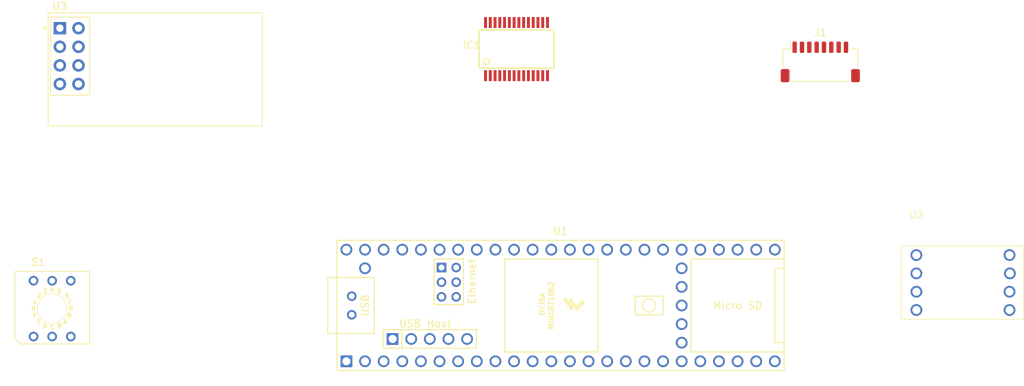
<source format=kicad_pcb>
(kicad_pcb (version 20240108) (generator "pcbnew") (generator_version "8.0")
  (layers (0 "F.Cu" signal) (31 "B.Cu" signal) (34 "B.Paste" user) (35 "F.Paste" user) (36 "B.SilkS" user "B.Silkscreen") (37 "F.SilkS" user "F.Silkscreen") (38 "B.Mask" user) (39 "F.Mask" user) (44 "Edge.Cuts" user))
  (net 0 "")
  (net 68 "Net-(S1-PadC1)")
  (footprint "RF_Module:nRF24L01_Breakout" (layer "F.Cu") (at 72.5125 59.5215)
    (property "Reference" "U3" (at 0 -3 0) (layer "F.SilkS"))
    (property "Value" "NRF24L01_Breakout")
    (fp_line (start -1.6 -2.1) (end -1.6 -2.1) (stroke (width 0.12)) (layer "F.SilkS"))
    (fp_line (start -1.6 -2.1) (end 27.6 -2.1) (stroke (width 0.12)) (layer "F.SilkS"))
    (fp_line (start -1.6 13.35) (end -1.6 -2.1) (stroke (width 0.12)) (layer "F.SilkS"))
    (fp_line (start -1.27 -1.524) (end -1.27 -1.524) (stroke (width 0.12)) (layer "F.SilkS"))
    (fp_line (start -1.27 -1.524) (end 4.064 -1.524) (stroke (width 0.12)) (layer "F.SilkS"))
    (fp_line (start -1.27 9.144) (end -1.27 -1.524) (stroke (width 0.12)) (layer "F.SilkS"))
    (fp_line (start -1.27 9.144) (end -1.27 9.144) (stroke (width 0.12)) (layer "F.SilkS"))
    (fp_line (start 4.064 -1.524) (end 4.064 9.144) (stroke (width 0.12)) (layer "F.SilkS"))
    (fp_line (start 4.064 9.144) (end -1.27 9.144) (stroke (width 0.12)) (layer "F.SilkS"))
    (fp_line (start 27.6 -2.1) (end 27.6 13.35) (stroke (width 0.12)) (layer "F.SilkS"))
    (fp_line (start 27.6 13.35) (end -1.6 13.35) (stroke (width 0.12)) (layer "F.SilkS"))
    (fp_poly (pts (xy -1.8 0) (xy -2.136 0.24) (xy -2.136 -0.24) (xy -1.8 0)) (stroke (width 0.12)) (fill solid) (layer "F.SilkS"))
    (pad "1" thru_hole rect (at 0 0) (size 1.7 1.7) (drill 1) (layers "*.Cu" "*.Mask"))
    (pad "2" thru_hole circle (at 2.54 0) (size 1.7 1.7) (drill 1) (layers "*.Cu" "*.Mask"))
    (pad "3" thru_hole circle (at 0 2.54) (size 1.7 1.7) (drill 1) (layers "*.Cu" "*.Mask"))
    (pad "4" thru_hole circle (at 2.54 2.54) (size 1.7 1.7) (drill 1) (layers "*.Cu" "*.Mask"))
    (pad "5" thru_hole circle (at 0 5.08) (size 1.7 1.7) (drill 1) (layers "*.Cu" "*.Mask"))
    (pad "6" thru_hole circle (at 2.54 5.08) (size 1.7 1.7) (drill 1) (layers "*.Cu" "*.Mask"))
    (pad "7" thru_hole circle (at 0 7.62) (size 1.7 1.7) (drill 1) (layers "*.Cu" "*.Mask"))
    (pad "8" thru_hole circle (at 2.54 7.62) (size 1.7 1.7) (drill 1) (layers "*.Cu" "*.Mask"))
  )
  (footprint "94HCB16T:HEX" (layer "F.Cu") (at 71.46 99.08)
    (property "Reference" "S1" (at -1.905245 -7.621005 0) (layer "F.SilkS") (effects (font (size 1.000134 1.000134))))
    (property "Value" "94HCB16T")
    (fp_line (start -5.08 -6.35) (end 5.08 -6.35) (stroke (width 0.127)) (layer "F.SilkS"))
    (fp_line (start -5.08 2.794) (end -5.08 -6.35) (stroke (width 0.127)) (layer "F.SilkS"))
    (fp_line (start -5.08 2.794) (end -4.318 3.556) (stroke (width 0.127)) (layer "F.SilkS"))
    (fp_line (start -4.318 3.556) (end 5.08 3.556) (stroke (width 0.127)) (layer "F.SilkS"))
    (fp_line (start 5.08 3.556) (end 5.08 -6.35) (stroke (width 0.127)) (layer "F.SilkS"))
    (fp_circle (center 0 -1.27) (end 2.00804 -1.27) (stroke (width 0.0762)) (fill none) (layer "F.SilkS"))
    (fp_text user "9" (at 2.35094 -0.298735 0) (layer "F.SilkS") (effects (font (size 0.601082 0.601082))))
    (fp_text user "3" (at -0.972905 -3.62081 0) (layer "F.SilkS") (effects (font (size 0.60068 0.60068))))
    (fp_text user "1" (at -2.34928 -2.24426 0) (layer "F.SilkS") (effects (font (size 0.600658 0.600658))))
    (fp_text user "D" (at -0.972306 1.07726 0) (layer "F.SilkS") (effects (font (size 0.60031 0.60031))))
    (fp_text user "4" (at 0 -3.81364 0) (layer "F.SilkS") (effects (font (size 0.600573 0.600573))))
    (fp_text user "F" (at -2.35062 -0.298694 0) (layer "F.SilkS") (effects (font (size 0.601 0.601))))
    (fp_text user "E" (at -1.79838 0.526721 0) (layer "F.SilkS") (effects (font (size 0.600783 0.600783))))
    (fp_text user "6" (at 2.01755 -3.07149 0) (layer "F.SilkS") (effects (font (size 0.601068 0.601068))))
    (fp_text user "C" (at 0 1.27034 0) (layer "F.SilkS") (effects (font (size 0.600161 0.600161))))
    (fp_text user "7" (at 2.35136 -2.24625 0) (layer "F.SilkS") (effects (font (size 0.60119 0.60119))))
    (fp_text user "5" (at 0.973292 -3.62225 0) (layer "F.SilkS") (effects (font (size 0.600919 0.600919))))
    (fp_text user "2" (at -1.79626 -3.06642 0) (layer "F.SilkS") (effects (font (size 0.600076 0.600076))))
    (fp_text user "0" (at -2.54181 -1.27091 0) (layer "F.SilkS") (effects (font (size 0.600428 0.600428))))
    (fp_text user "8" (at 2.5437 -1.27185 0) (layer "F.SilkS") (effects (font (size 0.600875 0.600875))))
    (fp_text user "A" (at 1.79906 0.526921 0) (layer "F.SilkS") (effects (font (size 0.601011 0.601011))))
    (fp_text user "B" (at 0.972748 1.07775 0) (layer "F.SilkS") (effects (font (size 0.600583 0.600583))))
    (pad "1" thru_hole circle (at -2.54 2.54) (size 1.308 1.308) (drill 0.8) (layers "*.Cu" "*.Mask"))
    (pad "2" thru_hole circle (at 2.54 -5.08) (size 1.308 1.308) (drill 0.8) (layers "*.Cu" "*.Mask"))
    (pad "4" thru_hole circle (at 2.54 2.54) (size 1.308 1.308) (drill 0.8) (layers "*.Cu" "*.Mask"))
    (pad "8" thru_hole circle (at -2.54 -5.08) (size 1.308 1.308) (drill 0.8) (layers "*.Cu" "*.Mask"))
    (pad "C1" thru_hole circle (at 0 2.54) (size 1.308 1.308) (drill 0.8) (layers "*.Cu" "*.Mask") (net 68 "Net-(S1-PadC1)"))
    (pad "C2" thru_hole circle (at 0 -5.08) (size 1.308 1.308) (drill 0.8) (layers "*.Cu" "*.Mask") (net 68 "Net-(S1-PadC1)"))
  )
  (footprint "IMUFootprintHeader:HeaderIMUFooter" (layer "F.Cu") (at 189.3 85.5)
    (property "Reference" "U2" (at 0 -0.5 0) (layer "F.SilkS") (effects (font (thickness 0.1))))
    (property "Value" "~")
    (fp_rect (start -2.064 3.7592) (end 14.6304 13.7668) (stroke (width 0.1)) (fill none) (layer "F.SilkS"))
    (pad "1" thru_hole circle (at 0 5) (size 1.6 1.6) (drill 1.1) (layers "*.Cu" "*.Mask"))
    (pad "2" thru_hole circle (at 0 7.5) (size 1.6 1.6) (drill 1.1) (layers "*.Cu" "*.Mask"))
    (pad "3" thru_hole circle (at 0 10) (size 1.6 1.6) (drill 1.1) (layers "*.Cu" "*.Mask"))
    (pad "4" thru_hole circle (at 0 12.5) (size 1.6 1.6) (drill 1.1) (layers "*.Cu" "*.Mask"))
    (pad "5" thru_hole circle (at 12.7 5) (size 1.6 1.6) (drill 1.1) (layers "*.Cu" "*.Mask"))
    (pad "6" thru_hole circle (at 12.7508 7.5) (size 1.6 1.6) (drill 1.1) (layers "*.Cu" "*.Mask"))
    (pad "7" thru_hole circle (at 12.7 10) (size 1.6 1.6) (drill 1.1) (layers "*.Cu" "*.Mask"))
    (pad "8" thru_hole circle (at 12.7 12.5) (size 1.6 1.6) (drill 1.1) (layers "*.Cu" "*.Mask" "Dwgs.User"))
  )
  (footprint "MCP23017E_SSFootprint:SSOP28" (layer "F.Cu") (at 134.775 62.375)
    (property "Reference" "IC1" (at -6.111 -0.5451 180) (layer "F.SilkS"))
    (property "Value" "MCP23017E_SS")
    (fp_line (start -5.10086 2.59975) (end -5.10086 -2.60025) (stroke (width 0.2032)) (layer "F.SilkS"))
    (fp_line (start -5.1 2.6) (end 5.1 2.6) (stroke (width 0.2032)) (layer "F.SilkS"))
    (fp_line (start 5.1 -2.6) (end -5.1 -2.6) (stroke (width 0.2032)) (layer "F.SilkS"))
    (fp_line (start 5.1 2.6) (end 5.1 -2.6) (stroke (width 0.2032)) (layer "F.SilkS"))
    (fp_circle (center -4.11307 1.68699) (end -3.697151 1.68699) (stroke (width 0.2032)) (fill none) (layer "F.SilkS"))
    (pad "1" smd rect (at -4.225 3.625) (size 0.4 1.5) (layers "F.Cu" "F.Paste" "F.Mask"))
    (pad "2" smd rect (at -3.575 3.625) (size 0.4 1.5) (layers "F.Cu" "F.Paste" "F.Mask"))
    (pad "3" smd rect (at -2.925 3.625) (size 0.4 1.5) (layers "F.Cu" "F.Paste" "F.Mask"))
    (pad "4" smd rect (at -2.275 3.625) (size 0.4 1.5) (layers "F.Cu" "F.Paste" "F.Mask"))
    (pad "5" smd rect (at -1.625 3.625) (size 0.4 1.5) (layers "F.Cu" "F.Paste" "F.Mask"))
    (pad "6" smd rect (at -0.975 3.625) (size 0.4 1.5) (layers "F.Cu" "F.Paste" "F.Mask"))
    (pad "7" smd rect (at -0.325 3.625) (size 0.4 1.5) (layers "F.Cu" "F.Paste" "F.Mask"))
    (pad "8" smd rect (at 0.325 3.625) (size 0.4 1.5) (layers "F.Cu" "F.Paste" "F.Mask"))
    (pad "9" smd rect (at 0.975 3.625) (size 0.4 1.5) (layers "F.Cu" "F.Paste" "F.Mask"))
    (pad "10" smd rect (at 1.625 3.625) (size 0.4 1.5) (layers "F.Cu" "F.Paste" "F.Mask"))
    (pad "11" smd rect (at 2.275 3.625) (size 0.4 1.5) (layers "F.Cu" "F.Paste" "F.Mask"))
    (pad "12" smd rect (at 2.925 3.625) (size 0.4 1.5) (layers "F.Cu" "F.Paste" "F.Mask"))
    (pad "13" smd rect (at 3.575 3.625) (size 0.4 1.5) (layers "F.Cu" "F.Paste" "F.Mask"))
    (pad "14" smd rect (at 4.225 3.625) (size 0.4 1.5) (layers "F.Cu" "F.Paste" "F.Mask"))
    (pad "15" smd rect (at 4.225 -3.625) (size 0.4 1.5) (layers "F.Cu" "F.Paste" "F.Mask"))
    (pad "16" smd rect (at 3.575 -3.625) (size 0.4 1.5) (layers "F.Cu" "F.Paste" "F.Mask"))
    (pad "17" smd rect (at 2.925 -3.625) (size 0.4 1.5) (layers "F.Cu" "F.Paste" "F.Mask"))
    (pad "18" smd rect (at 2.275 -3.625) (size 0.4 1.5) (layers "F.Cu" "F.Paste" "F.Mask"))
    (pad "19" smd rect (at 1.625 -3.625) (size 0.4 1.5) (layers "F.Cu" "F.Paste" "F.Mask"))
    (pad "20" smd rect (at 0.975 -3.625) (size 0.4 1.5) (layers "F.Cu" "F.Paste" "F.Mask"))
    (pad "21" smd rect (at 0.325 -3.625) (size 0.4 1.5) (layers "F.Cu" "F.Paste" "F.Mask"))
    (pad "22" smd rect (at -0.325 -3.625) (size 0.4 1.5) (layers "F.Cu" "F.Paste" "F.Mask"))
    (pad "23" smd rect (at -0.975 -3.625) (size 0.4 1.5) (layers "F.Cu" "F.Paste" "F.Mask"))
    (pad "24" smd rect (at -1.625 -3.625) (size 0.4 1.5) (layers "F.Cu" "F.Paste" "F.Mask"))
    (pad "25" smd rect (at -2.275 -3.625) (size 0.4 1.5) (layers "F.Cu" "F.Paste" "F.Mask"))
    (pad "26" smd rect (at -2.925 -3.625) (size 0.4 1.5) (layers "F.Cu" "F.Paste" "F.Mask"))
    (pad "27" smd rect (at -3.575 -3.625) (size 0.4 1.5) (layers "F.Cu" "F.Paste" "F.Mask"))
    (pad "28" smd rect (at -4.225 -3.625) (size 0.4 1.5) (layers "F.Cu" "F.Paste" "F.Mask"))
  )
  (footprint "teensy.pretty-master:Teensy41" (layer "F.Cu") (at 140.79 97.38)
    (property "Reference" "U1" (at 0 -10.16 0) (layer "F.SilkS"))
    (property "Value" "Teensy4.1")
    (fp_line (start -31.75 -3.81) (end -30.48 -3.81) (stroke (width 0.15)) (layer "F.SilkS"))
    (fp_line (start -31.75 3.81) (end -31.75 -3.81) (stroke (width 0.15)) (layer "F.SilkS"))
    (fp_line (start -30.48 -8.89) (end 30.48 -8.89) (stroke (width 0.15)) (layer "F.SilkS"))
    (fp_line (start -30.48 3.81) (end -31.75 3.81) (stroke (width 0.15)) (layer "F.SilkS"))
    (fp_line (start -30.48 8.89) (end -30.48 -8.89) (stroke (width 0.15)) (layer "F.SilkS"))
    (fp_line (start -25.4 -3.81) (end -30.48 -3.81) (stroke (width 0.15)) (layer "F.SilkS"))
    (fp_line (start -25.4 3.81) (end -30.48 3.81) (stroke (width 0.15)) (layer "F.SilkS"))
    (fp_line (start -25.4 3.81) (end -25.4 -3.81) (stroke (width 0.15)) (layer "F.SilkS"))
    (fp_line (start -24.1808 3.2992) (end -21.6408 3.2992) (stroke (width 0.15)) (layer "F.SilkS"))
    (fp_line (start -24.1808 3.2992) (end -11.4808 3.2992) (stroke (width 0.15)) (layer "F.SilkS"))
    (fp_line (start -24.1808 5.8392) (end -24.1808 3.2992) (stroke (width 0.15)) (layer "F.SilkS"))
    (fp_line (start -21.6408 3.2992) (end -21.6408 5.8392) (stroke (width 0.15)) (layer "F.SilkS"))
    (fp_line (start -17.25 -6.3516) (end -17.25 -6.1016) (stroke (width 0.15)) (layer "F.SilkS"))
    (fp_line (start -17.25 -6.1016) (end -17.25 -0.1016) (stroke (width 0.15)) (layer "F.SilkS"))
    (fp_line (start -17.25 -0.1016) (end -13.25 -0.1016) (stroke (width 0.15)) (layer "F.SilkS"))
    (fp_line (start -13.25 -6.3516) (end -17.25 -6.3516) (stroke (width 0.15)) (layer "F.SilkS"))
    (fp_line (start -13.25 -0.1016) (end -13.25 -6.3516) (stroke (width 0.15)) (layer "F.SilkS"))
    (fp_line (start -11.4808 3.2992) (end -11.4808 5.8392) (stroke (width 0.15)) (layer "F.SilkS"))
    (fp_line (start -11.4808 5.8392) (end -24.1808 5.8392) (stroke (width 0.15)) (layer "F.SilkS"))
    (fp_line (start -7.62 -6.35) (end -7.62 6.35) (stroke (width 0.15)) (layer "F.SilkS"))
    (fp_line (start -7.62 6.35) (end 5.08 6.35) (stroke (width 0.15)) (layer "F.SilkS"))
    (fp_line (start 5.08 -6.35) (end -7.62 -6.35) (stroke (width 0.15)) (layer "F.SilkS"))
    (fp_line (start 5.08 6.35) (end 5.08 -6.35) (stroke (width 0.15)) (layer "F.SilkS"))
    (fp_line (start 10.16 -1.27) (end 13.97 -1.27) (stroke (width 0.15)) (layer "F.SilkS"))
    (fp_line (start 10.16 1.27) (end 10.16 -1.27) (stroke (width 0.15)) (layer "F.SilkS"))
    (fp_line (start 13.97 -1.27) (end 13.97 1.27) (stroke (width 0.15)) (layer "F.SilkS"))
    (fp_line (start 13.97 1.27) (end 10.16 1.27) (stroke (width 0.15)) (layer "F.SilkS"))
    (fp_line (start 17.78 -6.35) (end 17.78 6.35) (stroke (width 0.15)) (layer "F.SilkS"))
    (fp_line (start 17.78 6.35) (end 30.48 6.35) (stroke (width 0.15)) (layer "F.SilkS"))
    (fp_line (start 29.21 -5.08) (end 29.21 5.08) (stroke (width 0.15)) (layer "F.SilkS"))
    (fp_line (start 29.21 5.08) (end 30.48 5.08) (stroke (width 0.15)) (layer "F.SilkS"))
    (fp_line (start 30.48 -8.89) (end 30.48 8.89) (stroke (width 0.15)) (layer "F.SilkS"))
    (fp_line (start 30.48 -6.35) (end 17.78 -6.35) (stroke (width 0.15)) (layer "F.SilkS"))
    (fp_line (start 30.48 -5.08) (end 29.21 -5.08) (stroke (width 0.15)) (layer "F.SilkS"))
    (fp_line (start 30.48 8.89) (end -30.48 8.89) (stroke (width 0.15)) (layer "F.SilkS"))
    (fp_circle (center 12.065 0) (end 12.7 -0.635) (stroke (width 0.15)) (fill none) (layer "F.SilkS"))
    (fp_poly (pts (xy 0.911 -0.688) (xy 0.657 -0.434) (xy 0.403 -0.815) (xy 0.657 -1.069)) (stroke (width 0.1)) (fill solid) (layer "F.SilkS"))
    (fp_poly (pts (xy 1.292 -0.18) (xy 1.038 0.074) (xy 0.784 -0.307) (xy 1.038 -0.561)) (stroke (width 0.1)) (fill solid) (layer "F.SilkS"))
    (fp_poly (pts (xy 1.673 -0.561) (xy 1.419 -0.307) (xy 1.165 -0.688) (xy 1.419 -0.942)) (stroke (width 0.1)) (fill solid) (layer "F.SilkS"))
    (fp_poly (pts (xy 1.673 0.328) (xy 1.419 0.582) (xy 1.165 0.201) (xy 1.419 -0.053)) (stroke (width 0.1)) (fill solid) (layer "F.SilkS"))
    (fp_poly (pts (xy 2.054 -0.053) (xy 1.8 0.201) (xy 1.546 -0.18) (xy 1.8 -0.434)) (stroke (width 0.1)) (fill solid) (layer "F.SilkS"))
    (fp_poly (pts (xy 2.435 0.455) (xy 2.181 0.709) (xy 1.927 0.328) (xy 2.181 0.074)) (stroke (width 0.1)) (fill solid) (layer "F.SilkS"))
    (fp_poly (pts (xy 2.816 0.074) (xy 2.562 0.328) (xy 2.308 -0.053) (xy 2.562 -0.307)) (stroke (width 0.1)) (fill solid) (layer "F.SilkS"))
    (fp_poly (pts (xy 3.197 -0.307) (xy 2.943 -0.053) (xy 2.689 -0.434) (xy 2.943 -0.688)) (stroke (width 0.1)) (fill solid) (layer "F.SilkS"))
    (fp_text user "USB Host" (at -18.4658 2.4892 0) (layer "F.SilkS"))
    (fp_text user "MIMXRT1062" (at -1.27 0 -90) (layer "F.SilkS") (effects (font (size 0.7 0.7))))
    (fp_text user "USB" (at -26.67 0 -90) (layer "F.SilkS"))
    (fp_text user "Ethernet" (at -12.065 -3.2766 90) (layer "F.SilkS"))
    (fp_text user "Micro SD" (at 24.13 0 0) (layer "F.SilkS"))
    (fp_text user "DVJ6A" (at -2.54 -0.18 -90) (layer "F.SilkS") (effects (font (size 0.7 0.7))))
    (pad "1" thru_hole rect (at -29.21 7.62) (size 1.6 1.6) (drill 1.1) (layers "*.Cu" "*.Mask"))
    (pad "2" thru_hole circle (at -26.67 7.62) (size 1.6 1.6) (drill 1.1) (layers "*.Cu" "*.Mask"))
    (pad "3" thru_hole circle (at -24.13 7.62) (size 1.6 1.6) (drill 1.1) (layers "*.Cu" "*.Mask"))
    (pad "4" thru_hole circle (at -21.59 7.62) (size 1.6 1.6) (drill 1.1) (layers "*.Cu" "*.Mask"))
    (pad "5" thru_hole circle (at -19.05 7.62) (size 1.6 1.6) (drill 1.1) (layers "*.Cu" "*.Mask"))
    (pad "6" thru_hole circle (at -16.51 7.62) (size 1.6 1.6) (drill 1.1) (layers "*.Cu" "*.Mask"))
    (pad "7" thru_hole circle (at -13.97 7.62) (size 1.6 1.6) (drill 1.1) (layers "*.Cu" "*.Mask"))
    (pad "8" thru_hole circle (at -11.43 7.62) (size 1.6 1.6) (drill 1.1) (layers "*.Cu" "*.Mask"))
    (pad "9" thru_hole circle (at -8.89 7.62) (size 1.6 1.6) (drill 1.1) (layers "*.Cu" "*.Mask"))
    (pad "10" thru_hole circle (at -6.35 7.62) (size 1.6 1.6) (drill 1.1) (layers "*.Cu" "*.Mask"))
    (pad "11" thru_hole circle (at -3.81 7.62) (size 1.6 1.6) (drill 1.1) (layers "*.Cu" "*.Mask"))
    (pad "12" thru_hole circle (at -1.27 7.62) (size 1.6 1.6) (drill 1.1) (layers "*.Cu" "*.Mask"))
    (pad "13" thru_hole circle (at 1.27 7.62) (size 1.6 1.6) (drill 1.1) (layers "*.Cu" "*.Mask"))
    (pad "14" thru_hole circle (at 3.81 7.62) (size 1.6 1.6) (drill 1.1) (layers "*.Cu" "*.Mask"))
    (pad "15" thru_hole circle (at 6.35 7.62) (size 1.6 1.6) (drill 1.1) (layers "*.Cu" "*.Mask"))
    (pad "16" thru_hole circle (at 8.89 7.62) (size 1.6 1.6) (drill 1.1) (layers "*.Cu" "*.Mask"))
    (pad "17" thru_hole circle (at 11.43 7.62) (size 1.6 1.6) (drill 1.1) (layers "*.Cu" "*.Mask"))
    (pad "18" thru_hole circle (at 13.97 7.62) (size 1.6 1.6) (drill 1.1) (layers "*.Cu" "*.Mask"))
    (pad "19" thru_hole circle (at 16.51 7.62) (size 1.6 1.6) (drill 1.1) (layers "*.Cu" "*.Mask"))
    (pad "20" thru_hole circle (at 19.05 7.62) (size 1.6 1.6) (drill 1.1) (layers "*.Cu" "*.Mask"))
    (pad "21" thru_hole circle (at 21.59 7.62) (size 1.6 1.6) (drill 1.1) (layers "*.Cu" "*.Mask"))
    (pad "22" thru_hole circle (at 24.13 7.62) (size 1.6 1.6) (drill 1.1) (layers "*.Cu" "*.Mask"))
    (pad "23" thru_hole circle (at 26.67 7.62) (size 1.6 1.6) (drill 1.1) (layers "*.Cu" "*.Mask"))
    (pad "24" thru_hole circle (at 29.21 7.62) (size 1.6 1.6) (drill 1.1) (layers "*.Cu" "*.Mask"))
    (pad "25" thru_hole circle (at 29.21 -7.62) (size 1.6 1.6) (drill 1.1) (layers "*.Cu" "*.Mask"))
    (pad "26" thru_hole circle (at 26.67 -7.62) (size 1.6 1.6) (drill 1.1) (layers "*.Cu" "*.Mask"))
    (pad "27" thru_hole circle (at 24.13 -7.62) (size 1.6 1.6) (drill 1.1) (layers "*.Cu" "*.Mask"))
    (pad "28" thru_hole circle (at 21.59 -7.62) (size 1.6 1.6) (drill 1.1) (layers "*.Cu" "*.Mask"))
    (pad "29" thru_hole circle (at 19.05 -7.62) (size 1.6 1.6) (drill 1.1) (layers "*.Cu" "*.Mask"))
    (pad "30" thru_hole circle (at 16.51 -7.62) (size 1.6 1.6) (drill 1.1) (layers "*.Cu" "*.Mask"))
    (pad "31" thru_hole circle (at 13.97 -7.62) (size 1.6 1.6) (drill 1.1) (layers "*.Cu" "*.Mask"))
    (pad "32" thru_hole circle (at 11.43 -7.62) (size 1.6 1.6) (drill 1.1) (layers "*.Cu" "*.Mask"))
    (pad "33" thru_hole circle (at 8.89 -7.62) (size 1.6 1.6) (drill 1.1) (layers "*.Cu" "*.Mask"))
    (pad "34" thru_hole circle (at 6.35 -7.62) (size 1.6 1.6) (drill 1.1) (layers "*.Cu" "*.Mask"))
    (pad "35" thru_hole circle (at 3.81 -7.62) (size 1.6 1.6) (drill 1.1) (layers "*.Cu" "*.Mask"))
    (pad "36" thru_hole circle (at 1.27 -7.62) (size 1.6 1.6) (drill 1.1) (layers "*.Cu" "*.Mask"))
    (pad "37" thru_hole circle (at -1.27 -7.62) (size 1.6 1.6) (drill 1.1) (layers "*.Cu" "*.Mask"))
    (pad "38" thru_hole circle (at -3.81 -7.62) (size 1.6 1.6) (drill 1.1) (layers "*.Cu" "*.Mask"))
    (pad "39" thru_hole circle (at -6.35 -7.62) (size 1.6 1.6) (drill 1.1) (layers "*.Cu" "*.Mask"))
    (pad "40" thru_hole circle (at -8.89 -7.62) (size 1.6 1.6) (drill 1.1) (layers "*.Cu" "*.Mask"))
    (pad "41" thru_hole circle (at -11.43 -7.62) (size 1.6 1.6) (drill 1.1) (layers "*.Cu" "*.Mask"))
    (pad "42" thru_hole circle (at -13.97 -7.62) (size 1.6 1.6) (drill 1.1) (layers "*.Cu" "*.Mask"))
    (pad "43" thru_hole circle (at -16.51 -7.62) (size 1.6 1.6) (drill 1.1) (layers "*.Cu" "*.Mask"))
    (pad "44" thru_hole circle (at -19.05 -7.62) (size 1.6 1.6) (drill 1.1) (layers "*.Cu" "*.Mask"))
    (pad "45" thru_hole circle (at -21.59 -7.62) (size 1.6 1.6) (drill 1.1) (layers "*.Cu" "*.Mask"))
    (pad "46" thru_hole circle (at -24.13 -7.62) (size 1.6 1.6) (drill 1.1) (layers "*.Cu" "*.Mask"))
    (pad "47" thru_hole circle (at -26.67 -7.62) (size 1.6 1.6) (drill 1.1) (layers "*.Cu" "*.Mask"))
    (pad "48" thru_hole circle (at -29.21 -7.62) (size 1.6 1.6) (drill 1.1) (layers "*.Cu" "*.Mask"))
    (pad "49" thru_hole circle (at -26.67 -5.08) (size 1.6 1.6) (drill 1.1) (layers "*.Cu" "*.Mask"))
    (pad "50" thru_hole circle (at 16.51 5.08) (size 1.6 1.6) (drill 1.1) (layers "*.Cu" "*.Mask"))
    (pad "51" thru_hole circle (at 16.51 2.54) (size 1.6 1.6) (drill 1.1) (layers "*.Cu" "*.Mask"))
    (pad "52" thru_hole circle (at 16.51 0) (size 1.6 1.6) (drill 1.1) (layers "*.Cu" "*.Mask"))
    (pad "53" thru_hole circle (at 16.51 -2.54) (size 1.6 1.6) (drill 1.1) (layers "*.Cu" "*.Mask"))
    (pad "54" thru_hole circle (at 16.51 -5.08) (size 1.6 1.6) (drill 1.1) (layers "*.Cu" "*.Mask"))
    (pad "55" thru_hole rect (at -22.9108 4.5692) (size 1.6 1.6) (drill 1.1) (layers "*.Cu" "*.Mask"))
    (pad "56" thru_hole circle (at -20.3708 4.5692) (size 1.6 1.6) (drill 1.1) (layers "*.Cu" "*.Mask"))
    (pad "57" thru_hole circle (at -17.8308 4.5692) (size 1.6 1.6) (drill 1.1) (layers "*.Cu" "*.Mask"))
    (pad "58" thru_hole circle (at -15.2908 4.5692) (size 1.6 1.6) (drill 1.1) (layers "*.Cu" "*.Mask"))
    (pad "59" thru_hole circle (at -12.7508 4.5692) (size 1.6 1.6) (drill 1.1) (layers "*.Cu" "*.Mask"))
    (pad "60" thru_hole rect (at -16.24 -5.1816) (size 1.3 1.3) (drill 0.8) (layers "*.Cu" "*.Mask"))
    (pad "61" thru_hole circle (at -16.24 -3.1816) (size 1.3 1.3) (drill 0.8) (layers "*.Cu" "*.Mask"))
    (pad "62" thru_hole circle (at -16.24 -1.1816) (size 1.3 1.3) (drill 0.8) (layers "*.Cu" "*.Mask"))
    (pad "63" thru_hole circle (at -14.24 -1.1816) (size 1.3 1.3) (drill 0.8) (layers "*.Cu" "*.Mask"))
    (pad "64" thru_hole circle (at -14.24 -3.1816) (size 1.3 1.3) (drill 0.8) (layers "*.Cu" "*.Mask"))
    (pad "65" thru_hole circle (at -14.24 -5.1816) (size 1.3 1.3) (drill 0.8) (layers "*.Cu" "*.Mask"))
    (pad "66" thru_hole circle (at -28.48 -1.27) (size 1.3 1.3) (drill 0.8) (layers "*.Cu" "*.Mask"))
    (pad "67" thru_hole circle (at -28.48 1.27) (size 1.3 1.3) (drill 0.8) (layers "*.Cu" "*.Mask"))
  )
  (footprint "Connector_JST:JST_SH_SM08B-SRSS-TB_1x08-1MP_P1.00mm_Horizontal" (layer "F.Cu") (at 176.2 64.125)
    (property "Reference" "J1" (at 0 -3.98 0) (layer "F.SilkS"))
    (property "Value" "Conn_01x08_MountingPin")
    (fp_line (start -5.11 -1.785) (end -4.06 -1.785) (stroke (width 0.12)) (layer "F.SilkS"))
    (fp_line (start -5.11 0.715) (end -5.11 -1.785) (stroke (width 0.12)) (layer "F.SilkS"))
    (fp_line (start -4.06 -1.785) (end -4.06 -2.775) (stroke (width 0.12)) (layer "F.SilkS"))
    (fp_line (start -3.94 2.685) (end 3.94 2.685) (stroke (width 0.12)) (layer "F.SilkS"))
    (fp_line (start 5.11 -1.785) (end 4.06 -1.785) (stroke (width 0.12)) (layer "F.SilkS"))
    (fp_line (start 5.11 0.715) (end 5.11 -1.785) (stroke (width 0.12)) (layer "F.SilkS"))
    (pad "1" smd roundrect (at -3.5 -2) (size 0.6 1.55) (layers "F.Cu" "F.Paste" "F.Mask"))
    (pad "2" smd roundrect (at -2.5 -2) (size 0.6 1.55) (layers "F.Cu" "F.Paste" "F.Mask"))
    (pad "3" smd roundrect (at -1.5 -2) (size 0.6 1.55) (layers "F.Cu" "F.Paste" "F.Mask"))
    (pad "4" smd roundrect (at -0.5 -2) (size 0.6 1.55) (layers "F.Cu" "F.Paste" "F.Mask"))
    (pad "5" smd roundrect (at 0.5 -2) (size 0.6 1.55) (layers "F.Cu" "F.Paste" "F.Mask"))
    (pad "6" smd roundrect (at 1.5 -2) (size 0.6 1.55) (layers "F.Cu" "F.Paste" "F.Mask"))
    (pad "7" smd roundrect (at 2.5 -2) (size 0.6 1.55) (layers "F.Cu" "F.Paste" "F.Mask"))
    (pad "8" smd roundrect (at 3.5 -2) (size 0.6 1.55) (layers "F.Cu" "F.Paste" "F.Mask"))
    (pad "MP" smd roundrect (at -4.8 1.875) (size 1.2 1.8) (layers "F.Cu" "F.Paste" "F.Mask") (roundrect_rratio 0.208333))
    (pad "MP" smd roundrect (at 4.8 1.875) (size 1.2 1.8) (layers "F.Cu" "F.Paste" "F.Mask") (roundrect_rratio 0.208333))
  )
)
</source>
